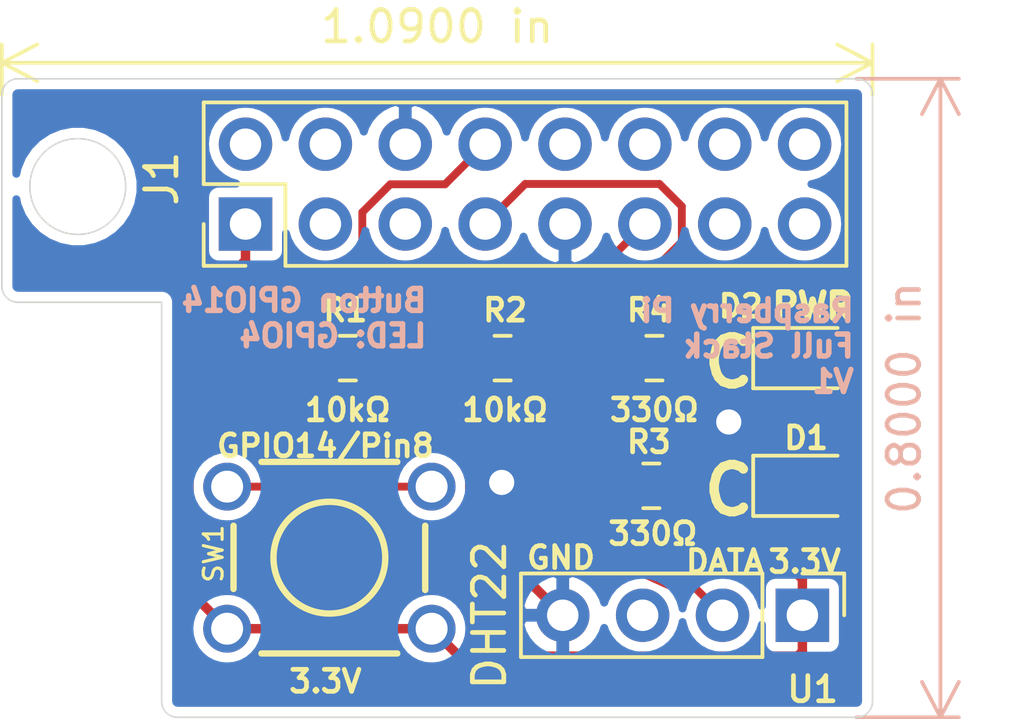
<source format=kicad_pcb>
(kicad_pcb (version 20171130) (host pcbnew "(5.1.4)-1")

  (general
    (thickness 1.6)
    (drawings 25)
    (tracks 68)
    (zones 0)
    (modules 9)
    (nets 19)
  )

  (page A4)
  (title_block
    (title "Raspberry Pi Full Stack HAT")
    (date 2020-05-16)
    (rev V1)
    (company IRIS)
    (comment 1 "by Jose Angulo")
  )

  (layers
    (0 F.Cu signal)
    (31 B.Cu signal)
    (32 B.Adhes user)
    (33 F.Adhes user)
    (34 B.Paste user)
    (35 F.Paste user)
    (36 B.SilkS user)
    (37 F.SilkS user)
    (38 B.Mask user)
    (39 F.Mask user)
    (40 Dwgs.User user)
    (41 Cmts.User user)
    (42 Eco1.User user)
    (43 Eco2.User user)
    (44 Edge.Cuts user)
    (45 Margin user)
    (46 B.CrtYd user)
    (47 F.CrtYd user)
    (48 B.Fab user)
    (49 F.Fab user)
  )

  (setup
    (last_trace_width 0.3)
    (user_trace_width 0.3)
    (trace_clearance 0.2)
    (zone_clearance 0.508)
    (zone_45_only no)
    (trace_min 0.2)
    (via_size 0.8)
    (via_drill 0.4)
    (via_min_size 0.4)
    (via_min_drill 0.3)
    (user_via 1 0.6)
    (uvia_size 0.3)
    (uvia_drill 0.1)
    (uvias_allowed no)
    (uvia_min_size 0.2)
    (uvia_min_drill 0.1)
    (edge_width 0.05)
    (segment_width 0.2)
    (pcb_text_width 0.3)
    (pcb_text_size 1.5 1.5)
    (mod_edge_width 0.12)
    (mod_text_size 1 1)
    (mod_text_width 0.15)
    (pad_size 1.524 1.524)
    (pad_drill 0.762)
    (pad_to_mask_clearance 0.051)
    (solder_mask_min_width 0.25)
    (aux_axis_origin 0 0)
    (visible_elements FFFFFF7F)
    (pcbplotparams
      (layerselection 0x010fc_ffffffff)
      (usegerberextensions false)
      (usegerberattributes false)
      (usegerberadvancedattributes false)
      (creategerberjobfile false)
      (excludeedgelayer true)
      (linewidth 0.100000)
      (plotframeref false)
      (viasonmask false)
      (mode 1)
      (useauxorigin false)
      (hpglpennumber 1)
      (hpglpenspeed 20)
      (hpglpendiameter 15.000000)
      (psnegative false)
      (psa4output false)
      (plotreference true)
      (plotvalue true)
      (plotinvisibletext false)
      (padsonsilk false)
      (subtractmaskfromsilk false)
      (outputformat 1)
      (mirror false)
      (drillshape 1)
      (scaleselection 1)
      (outputdirectory ""))
  )

  (net 0 "")
  (net 1 GND)
  (net 2 "Net-(D1-Pad2)")
  (net 3 "Net-(D2-Pad2)")
  (net 4 /3V3)
  (net 5 "Net-(J1-Pad2)")
  (net 6 "Net-(J1-Pad3)")
  (net 7 "Net-(J1-Pad4)")
  (net 8 "Net-(J1-Pad5)")
  (net 9 "Net-(J1-Pad7)")
  (net 10 /buttton_input)
  (net 11 "Net-(J1-Pad10)")
  (net 12 "Net-(J1-Pad11)")
  (net 13 "Net-(J1-Pad12)")
  (net 14 "Net-(J1-Pad13)")
  (net 15 "Net-(J1-Pad14)")
  (net 16 "Net-(J1-Pad15)")
  (net 17 "Net-(J1-Pad16)")
  (net 18 "Net-(U1-Pad3)")

  (net_class Default "This is the default net class."
    (clearance 0.2)
    (trace_width 0.25)
    (via_dia 0.8)
    (via_drill 0.4)
    (uvia_dia 0.3)
    (uvia_drill 0.1)
    (add_net /buttton_input)
    (add_net "Net-(D1-Pad2)")
    (add_net "Net-(D2-Pad2)")
    (add_net "Net-(J1-Pad10)")
    (add_net "Net-(J1-Pad11)")
    (add_net "Net-(J1-Pad12)")
    (add_net "Net-(J1-Pad13)")
    (add_net "Net-(J1-Pad14)")
    (add_net "Net-(J1-Pad15)")
    (add_net "Net-(J1-Pad16)")
    (add_net "Net-(J1-Pad2)")
    (add_net "Net-(J1-Pad3)")
    (add_net "Net-(J1-Pad4)")
    (add_net "Net-(J1-Pad5)")
    (add_net "Net-(J1-Pad7)")
    (add_net "Net-(U1-Pad3)")
  )

  (net_class Power ""
    (clearance 0.3)
    (trace_width 0.3)
    (via_dia 1)
    (via_drill 0.8)
    (uvia_dia 0.3)
    (uvia_drill 0.1)
    (add_net /3V3)
    (add_net GND)
  )

  (module Connector_PinHeader_2.54mm:PinHeader_2x08_P2.54mm_Vertical (layer F.Cu) (tedit 59FED5CC) (tstamp 5EBFED68)
    (at 97.409 116.8908 90)
    (descr "Through hole straight pin header, 2x08, 2.54mm pitch, double rows")
    (tags "Through hole pin header THT 2x08 2.54mm double row")
    (path /5EBDB8D6)
    (fp_text reference J1 (at 1.4478 -2.667 90) (layer F.SilkS)
      (effects (font (size 1 1) (thickness 0.15)))
    )
    (fp_text value Raspberry_Pi_2_3 (at -1.27 20.55 90) (layer F.Fab)
      (effects (font (size 1 1) (thickness 0.15)))
    )
    (fp_text user %R (at -1.27 8.89) (layer F.Fab)
      (effects (font (size 1 1) (thickness 0.15)))
    )
    (fp_line (start 4.35 -1.8) (end -1.8 -1.8) (layer F.CrtYd) (width 0.05))
    (fp_line (start 4.35 19.55) (end 4.35 -1.8) (layer F.CrtYd) (width 0.05))
    (fp_line (start -1.8 19.55) (end 4.35 19.55) (layer F.CrtYd) (width 0.05))
    (fp_line (start -1.8 -1.8) (end -1.8 19.55) (layer F.CrtYd) (width 0.05))
    (fp_line (start -1.33 -1.33) (end 0 -1.33) (layer F.SilkS) (width 0.12))
    (fp_line (start -1.33 0) (end -1.33 -1.33) (layer F.SilkS) (width 0.12))
    (fp_line (start 1.27 -1.33) (end 3.87 -1.33) (layer F.SilkS) (width 0.12))
    (fp_line (start 1.27 1.27) (end 1.27 -1.33) (layer F.SilkS) (width 0.12))
    (fp_line (start -1.33 1.27) (end 1.27 1.27) (layer F.SilkS) (width 0.12))
    (fp_line (start 3.87 -1.33) (end 3.87 19.11) (layer F.SilkS) (width 0.12))
    (fp_line (start -1.33 1.27) (end -1.33 19.11) (layer F.SilkS) (width 0.12))
    (fp_line (start -1.33 19.11) (end 3.87 19.11) (layer F.SilkS) (width 0.12))
    (fp_line (start -1.27 0) (end 0 -1.27) (layer F.Fab) (width 0.1))
    (fp_line (start -1.27 19.05) (end -1.27 0) (layer F.Fab) (width 0.1))
    (fp_line (start 3.81 19.05) (end -1.27 19.05) (layer F.Fab) (width 0.1))
    (fp_line (start 3.81 -1.27) (end 3.81 19.05) (layer F.Fab) (width 0.1))
    (fp_line (start 0 -1.27) (end 3.81 -1.27) (layer F.Fab) (width 0.1))
    (pad 16 thru_hole oval (at 2.54 17.78 90) (size 1.7 1.7) (drill 1) (layers *.Cu *.Mask)
      (net 17 "Net-(J1-Pad16)"))
    (pad 15 thru_hole oval (at 0 17.78 90) (size 1.7 1.7) (drill 1) (layers *.Cu *.Mask)
      (net 16 "Net-(J1-Pad15)"))
    (pad 14 thru_hole oval (at 2.54 15.24 90) (size 1.7 1.7) (drill 1) (layers *.Cu *.Mask)
      (net 15 "Net-(J1-Pad14)"))
    (pad 13 thru_hole oval (at 0 15.24 90) (size 1.7 1.7) (drill 1) (layers *.Cu *.Mask)
      (net 14 "Net-(J1-Pad13)"))
    (pad 12 thru_hole oval (at 2.54 12.7 90) (size 1.7 1.7) (drill 1) (layers *.Cu *.Mask)
      (net 13 "Net-(J1-Pad12)"))
    (pad 11 thru_hole oval (at 0 12.7 90) (size 1.7 1.7) (drill 1) (layers *.Cu *.Mask)
      (net 12 "Net-(J1-Pad11)"))
    (pad 10 thru_hole oval (at 2.54 10.16 90) (size 1.7 1.7) (drill 1) (layers *.Cu *.Mask)
      (net 11 "Net-(J1-Pad10)"))
    (pad 9 thru_hole oval (at 0 10.16 90) (size 1.7 1.7) (drill 1) (layers *.Cu *.Mask)
      (net 1 GND))
    (pad 8 thru_hole oval (at 2.54 7.62 90) (size 1.7 1.7) (drill 1) (layers *.Cu *.Mask)
      (net 10 /buttton_input))
    (pad 7 thru_hole oval (at 0 7.62 90) (size 1.7 1.7) (drill 1) (layers *.Cu *.Mask)
      (net 9 "Net-(J1-Pad7)"))
    (pad 6 thru_hole oval (at 2.54 5.08 90) (size 1.7 1.7) (drill 1) (layers *.Cu *.Mask)
      (net 1 GND))
    (pad 5 thru_hole oval (at 0 5.08 90) (size 1.7 1.7) (drill 1) (layers *.Cu *.Mask)
      (net 8 "Net-(J1-Pad5)"))
    (pad 4 thru_hole oval (at 2.54 2.54 90) (size 1.7 1.7) (drill 1) (layers *.Cu *.Mask)
      (net 7 "Net-(J1-Pad4)"))
    (pad 3 thru_hole oval (at 0 2.54 90) (size 1.7 1.7) (drill 1) (layers *.Cu *.Mask)
      (net 6 "Net-(J1-Pad3)"))
    (pad 2 thru_hole oval (at 2.54 0 90) (size 1.7 1.7) (drill 1) (layers *.Cu *.Mask)
      (net 5 "Net-(J1-Pad2)"))
    (pad 1 thru_hole rect (at 0 0 90) (size 1.7 1.7) (drill 1) (layers *.Cu *.Mask)
      (net 4 /3V3))
    (model ${KISYS3DMOD}/Connector_PinHeader_2.54mm.3dshapes/PinHeader_2x08_P2.54mm_Vertical.wrl
      (at (xyz 0 0 0))
      (scale (xyz 1 1 1))
      (rotate (xyz 0 0 0))
    )
  )

  (module LED_SMD:LED_0805_2012Metric (layer F.Cu) (tedit 5B36C52C) (tstamp 5EBFF0FF)
    (at 115.2375 125.222)
    (descr "LED SMD 0805 (2012 Metric), square (rectangular) end terminal, IPC_7351 nominal, (Body size source: https://docs.google.com/spreadsheets/d/1BsfQQcO9C6DZCsRaXUlFlo91Tg2WpOkGARC1WS5S8t0/edit?usp=sharing), generated with kicad-footprint-generator")
    (tags diode)
    (path /5EBDF9E6)
    (attr smd)
    (fp_text reference D1 (at 0 -1.524) (layer F.SilkS)
      (effects (font (size 0.7 0.7) (thickness 0.15)))
    )
    (fp_text value LED (at 0 1.65) (layer F.Fab)
      (effects (font (size 1 1) (thickness 0.15)))
    )
    (fp_text user %R (at 0 0) (layer F.Fab)
      (effects (font (size 0.5 0.5) (thickness 0.08)))
    )
    (fp_line (start 1.68 0.95) (end -1.68 0.95) (layer F.CrtYd) (width 0.05))
    (fp_line (start 1.68 -0.95) (end 1.68 0.95) (layer F.CrtYd) (width 0.05))
    (fp_line (start -1.68 -0.95) (end 1.68 -0.95) (layer F.CrtYd) (width 0.05))
    (fp_line (start -1.68 0.95) (end -1.68 -0.95) (layer F.CrtYd) (width 0.05))
    (fp_line (start -1.685 0.96) (end 1 0.96) (layer F.SilkS) (width 0.12))
    (fp_line (start -1.685 -0.96) (end -1.685 0.96) (layer F.SilkS) (width 0.12))
    (fp_line (start 1 -0.96) (end -1.685 -0.96) (layer F.SilkS) (width 0.12))
    (fp_line (start 1 0.6) (end 1 -0.6) (layer F.Fab) (width 0.1))
    (fp_line (start -1 0.6) (end 1 0.6) (layer F.Fab) (width 0.1))
    (fp_line (start -1 -0.3) (end -1 0.6) (layer F.Fab) (width 0.1))
    (fp_line (start -0.7 -0.6) (end -1 -0.3) (layer F.Fab) (width 0.1))
    (fp_line (start 1 -0.6) (end -0.7 -0.6) (layer F.Fab) (width 0.1))
    (pad 2 smd roundrect (at 0.9375 0) (size 0.975 1.4) (layers F.Cu F.Paste F.Mask) (roundrect_rratio 0.25)
      (net 2 "Net-(D1-Pad2)"))
    (pad 1 smd roundrect (at -0.9375 0) (size 0.975 1.4) (layers F.Cu F.Paste F.Mask) (roundrect_rratio 0.25)
      (net 1 GND))
    (model ${KISYS3DMOD}/LED_SMD.3dshapes/LED_0805_2012Metric.wrl
      (at (xyz 0 0 0))
      (scale (xyz 1 1 1))
      (rotate (xyz 0 0 0))
    )
  )

  (module LED_SMD:LED_0805_2012Metric (layer F.Cu) (tedit 5B36C52C) (tstamp 5EBFED42)
    (at 115.2375 121.158)
    (descr "LED SMD 0805 (2012 Metric), square (rectangular) end terminal, IPC_7351 nominal, (Body size source: https://docs.google.com/spreadsheets/d/1BsfQQcO9C6DZCsRaXUlFlo91Tg2WpOkGARC1WS5S8t0/edit?usp=sharing), generated with kicad-footprint-generator")
    (tags diode)
    (path /5EC1B765)
    (attr smd)
    (fp_text reference D2 (at -2.0805 -1.65) (layer F.SilkS)
      (effects (font (size 0.7 0.7) (thickness 0.15)))
    )
    (fp_text value LED (at 0 1.65) (layer F.Fab)
      (effects (font (size 1 1) (thickness 0.15)))
    )
    (fp_text user %R (at 0 0) (layer F.Fab)
      (effects (font (size 0.5 0.5) (thickness 0.08)))
    )
    (fp_line (start 1.68 0.95) (end -1.68 0.95) (layer F.CrtYd) (width 0.05))
    (fp_line (start 1.68 -0.95) (end 1.68 0.95) (layer F.CrtYd) (width 0.05))
    (fp_line (start -1.68 -0.95) (end 1.68 -0.95) (layer F.CrtYd) (width 0.05))
    (fp_line (start -1.68 0.95) (end -1.68 -0.95) (layer F.CrtYd) (width 0.05))
    (fp_line (start -1.685 0.96) (end 1 0.96) (layer F.SilkS) (width 0.12))
    (fp_line (start -1.685 -0.96) (end -1.685 0.96) (layer F.SilkS) (width 0.12))
    (fp_line (start 1 -0.96) (end -1.685 -0.96) (layer F.SilkS) (width 0.12))
    (fp_line (start 1 0.6) (end 1 -0.6) (layer F.Fab) (width 0.1))
    (fp_line (start -1 0.6) (end 1 0.6) (layer F.Fab) (width 0.1))
    (fp_line (start -1 -0.3) (end -1 0.6) (layer F.Fab) (width 0.1))
    (fp_line (start -0.7 -0.6) (end -1 -0.3) (layer F.Fab) (width 0.1))
    (fp_line (start 1 -0.6) (end -0.7 -0.6) (layer F.Fab) (width 0.1))
    (pad 2 smd roundrect (at 0.9375 0) (size 0.975 1.4) (layers F.Cu F.Paste F.Mask) (roundrect_rratio 0.25)
      (net 3 "Net-(D2-Pad2)"))
    (pad 1 smd roundrect (at -0.9375 0) (size 0.975 1.4) (layers F.Cu F.Paste F.Mask) (roundrect_rratio 0.25)
      (net 1 GND))
    (model ${KISYS3DMOD}/LED_SMD.3dshapes/LED_0805_2012Metric.wrl
      (at (xyz 0 0 0))
      (scale (xyz 1 1 1))
      (rotate (xyz 0 0 0))
    )
  )

  (module Resistor_SMD:R_0805_2012Metric (layer F.Cu) (tedit 5B36C52B) (tstamp 5EC04855)
    (at 100.6625 121.158)
    (descr "Resistor SMD 0805 (2012 Metric), square (rectangular) end terminal, IPC_7351 nominal, (Body size source: https://docs.google.com/spreadsheets/d/1BsfQQcO9C6DZCsRaXUlFlo91Tg2WpOkGARC1WS5S8t0/edit?usp=sharing), generated with kicad-footprint-generator")
    (tags resistor)
    (path /5EBDEDB1)
    (attr smd)
    (fp_text reference R1 (at -0.0785 -1.524) (layer F.SilkS)
      (effects (font (size 0.7 0.7) (thickness 0.15)))
    )
    (fp_text value 10kΩ (at 0 1.65) (layer F.SilkS)
      (effects (font (size 0.7 0.7) (thickness 0.15)))
    )
    (fp_text user %R (at 0 0) (layer F.Fab)
      (effects (font (size 0.5 0.5) (thickness 0.08)))
    )
    (fp_line (start 1.68 0.95) (end -1.68 0.95) (layer F.CrtYd) (width 0.05))
    (fp_line (start 1.68 -0.95) (end 1.68 0.95) (layer F.CrtYd) (width 0.05))
    (fp_line (start -1.68 -0.95) (end 1.68 -0.95) (layer F.CrtYd) (width 0.05))
    (fp_line (start -1.68 0.95) (end -1.68 -0.95) (layer F.CrtYd) (width 0.05))
    (fp_line (start -0.258578 0.71) (end 0.258578 0.71) (layer F.SilkS) (width 0.12))
    (fp_line (start -0.258578 -0.71) (end 0.258578 -0.71) (layer F.SilkS) (width 0.12))
    (fp_line (start 1 0.6) (end -1 0.6) (layer F.Fab) (width 0.1))
    (fp_line (start 1 -0.6) (end 1 0.6) (layer F.Fab) (width 0.1))
    (fp_line (start -1 -0.6) (end 1 -0.6) (layer F.Fab) (width 0.1))
    (fp_line (start -1 0.6) (end -1 -0.6) (layer F.Fab) (width 0.1))
    (pad 2 smd roundrect (at 0.9375 0) (size 0.975 1.4) (layers F.Cu F.Paste F.Mask) (roundrect_rratio 0.25)
      (net 1 GND))
    (pad 1 smd roundrect (at -0.9375 0) (size 0.975 1.4) (layers F.Cu F.Paste F.Mask) (roundrect_rratio 0.25)
      (net 10 /buttton_input))
    (model ${KISYS3DMOD}/Resistor_SMD.3dshapes/R_0805_2012Metric.wrl
      (at (xyz 0 0 0))
      (scale (xyz 1 1 1))
      (rotate (xyz 0 0 0))
    )
  )

  (module Resistor_SMD:R_0805_2012Metric (layer F.Cu) (tedit 5B36C52B) (tstamp 5EBFED8A)
    (at 105.5855 121.158 180)
    (descr "Resistor SMD 0805 (2012 Metric), square (rectangular) end terminal, IPC_7351 nominal, (Body size source: https://docs.google.com/spreadsheets/d/1BsfQQcO9C6DZCsRaXUlFlo91Tg2WpOkGARC1WS5S8t0/edit?usp=sharing), generated with kicad-footprint-generator")
    (tags resistor)
    (path /5EBDF29D)
    (attr smd)
    (fp_text reference R2 (at -0.0785 1.524) (layer F.SilkS)
      (effects (font (size 0.7 0.7) (thickness 0.15)))
    )
    (fp_text value 10kΩ (at -0.0785 -1.651) (layer F.SilkS)
      (effects (font (size 0.7 0.7) (thickness 0.15)))
    )
    (fp_text user %R (at 0 0) (layer F.Fab)
      (effects (font (size 0.5 0.5) (thickness 0.08)))
    )
    (fp_line (start 1.68 0.95) (end -1.68 0.95) (layer F.CrtYd) (width 0.05))
    (fp_line (start 1.68 -0.95) (end 1.68 0.95) (layer F.CrtYd) (width 0.05))
    (fp_line (start -1.68 -0.95) (end 1.68 -0.95) (layer F.CrtYd) (width 0.05))
    (fp_line (start -1.68 0.95) (end -1.68 -0.95) (layer F.CrtYd) (width 0.05))
    (fp_line (start -0.258578 0.71) (end 0.258578 0.71) (layer F.SilkS) (width 0.12))
    (fp_line (start -0.258578 -0.71) (end 0.258578 -0.71) (layer F.SilkS) (width 0.12))
    (fp_line (start 1 0.6) (end -1 0.6) (layer F.Fab) (width 0.1))
    (fp_line (start 1 -0.6) (end 1 0.6) (layer F.Fab) (width 0.1))
    (fp_line (start -1 -0.6) (end 1 -0.6) (layer F.Fab) (width 0.1))
    (fp_line (start -1 0.6) (end -1 -0.6) (layer F.Fab) (width 0.1))
    (pad 2 smd roundrect (at 0.9375 0 180) (size 0.975 1.4) (layers F.Cu F.Paste F.Mask) (roundrect_rratio 0.25)
      (net 12 "Net-(J1-Pad11)"))
    (pad 1 smd roundrect (at -0.9375 0 180) (size 0.975 1.4) (layers F.Cu F.Paste F.Mask) (roundrect_rratio 0.25)
      (net 4 /3V3))
    (model ${KISYS3DMOD}/Resistor_SMD.3dshapes/R_0805_2012Metric.wrl
      (at (xyz 0 0 0))
      (scale (xyz 1 1 1))
      (rotate (xyz 0 0 0))
    )
  )

  (module Resistor_SMD:R_0805_2012Metric (layer F.Cu) (tedit 5B36C52B) (tstamp 5EBFF179)
    (at 110.3145 125.222)
    (descr "Resistor SMD 0805 (2012 Metric), square (rectangular) end terminal, IPC_7351 nominal, (Body size source: https://docs.google.com/spreadsheets/d/1BsfQQcO9C6DZCsRaXUlFlo91Tg2WpOkGARC1WS5S8t0/edit?usp=sharing), generated with kicad-footprint-generator")
    (tags resistor)
    (path /5EBDE600)
    (attr smd)
    (fp_text reference R3 (at -0.0785 -1.397) (layer F.SilkS)
      (effects (font (size 0.7 0.7) (thickness 0.15)))
    )
    (fp_text value 330Ω (at 0.0485 1.524) (layer F.SilkS)
      (effects (font (size 0.7 0.7) (thickness 0.15)))
    )
    (fp_text user %R (at 0 0) (layer F.Fab)
      (effects (font (size 0.5 0.5) (thickness 0.08)))
    )
    (fp_line (start 1.68 0.95) (end -1.68 0.95) (layer F.CrtYd) (width 0.05))
    (fp_line (start 1.68 -0.95) (end 1.68 0.95) (layer F.CrtYd) (width 0.05))
    (fp_line (start -1.68 -0.95) (end 1.68 -0.95) (layer F.CrtYd) (width 0.05))
    (fp_line (start -1.68 0.95) (end -1.68 -0.95) (layer F.CrtYd) (width 0.05))
    (fp_line (start -0.258578 0.71) (end 0.258578 0.71) (layer F.SilkS) (width 0.12))
    (fp_line (start -0.258578 -0.71) (end 0.258578 -0.71) (layer F.SilkS) (width 0.12))
    (fp_line (start 1 0.6) (end -1 0.6) (layer F.Fab) (width 0.1))
    (fp_line (start 1 -0.6) (end 1 0.6) (layer F.Fab) (width 0.1))
    (fp_line (start -1 -0.6) (end 1 -0.6) (layer F.Fab) (width 0.1))
    (fp_line (start -1 0.6) (end -1 -0.6) (layer F.Fab) (width 0.1))
    (pad 2 smd roundrect (at 0.9375 0) (size 0.975 1.4) (layers F.Cu F.Paste F.Mask) (roundrect_rratio 0.25)
      (net 2 "Net-(D1-Pad2)"))
    (pad 1 smd roundrect (at -0.9375 0) (size 0.975 1.4) (layers F.Cu F.Paste F.Mask) (roundrect_rratio 0.25)
      (net 9 "Net-(J1-Pad7)"))
    (model ${KISYS3DMOD}/Resistor_SMD.3dshapes/R_0805_2012Metric.wrl
      (at (xyz 0 0 0))
      (scale (xyz 1 1 1))
      (rotate (xyz 0 0 0))
    )
  )

  (module Resistor_SMD:R_0805_2012Metric (layer F.Cu) (tedit 5B36C52B) (tstamp 5EBFEDAC)
    (at 110.4115 121.158)
    (descr "Resistor SMD 0805 (2012 Metric), square (rectangular) end terminal, IPC_7351 nominal, (Body size source: https://docs.google.com/spreadsheets/d/1BsfQQcO9C6DZCsRaXUlFlo91Tg2WpOkGARC1WS5S8t0/edit?usp=sharing), generated with kicad-footprint-generator")
    (tags resistor)
    (path /5EC1B75F)
    (attr smd)
    (fp_text reference R4 (at -0.1755 -1.524) (layer F.SilkS)
      (effects (font (size 0.7 0.7) (thickness 0.15)))
    )
    (fp_text value 330Ω (at 0 1.65) (layer F.SilkS)
      (effects (font (size 0.7 0.7) (thickness 0.15)))
    )
    (fp_text user %R (at 0 0) (layer F.Fab)
      (effects (font (size 0.5 0.5) (thickness 0.08)))
    )
    (fp_line (start 1.68 0.95) (end -1.68 0.95) (layer F.CrtYd) (width 0.05))
    (fp_line (start 1.68 -0.95) (end 1.68 0.95) (layer F.CrtYd) (width 0.05))
    (fp_line (start -1.68 -0.95) (end 1.68 -0.95) (layer F.CrtYd) (width 0.05))
    (fp_line (start -1.68 0.95) (end -1.68 -0.95) (layer F.CrtYd) (width 0.05))
    (fp_line (start -0.258578 0.71) (end 0.258578 0.71) (layer F.SilkS) (width 0.12))
    (fp_line (start -0.258578 -0.71) (end 0.258578 -0.71) (layer F.SilkS) (width 0.12))
    (fp_line (start 1 0.6) (end -1 0.6) (layer F.Fab) (width 0.1))
    (fp_line (start 1 -0.6) (end 1 0.6) (layer F.Fab) (width 0.1))
    (fp_line (start -1 -0.6) (end 1 -0.6) (layer F.Fab) (width 0.1))
    (fp_line (start -1 0.6) (end -1 -0.6) (layer F.Fab) (width 0.1))
    (pad 2 smd roundrect (at 0.9375 0) (size 0.975 1.4) (layers F.Cu F.Paste F.Mask) (roundrect_rratio 0.25)
      (net 3 "Net-(D2-Pad2)"))
    (pad 1 smd roundrect (at -0.9375 0) (size 0.975 1.4) (layers F.Cu F.Paste F.Mask) (roundrect_rratio 0.25)
      (net 4 /3V3))
    (model ${KISYS3DMOD}/Resistor_SMD.3dshapes/R_0805_2012Metric.wrl
      (at (xyz 0 0 0))
      (scale (xyz 1 1 1))
      (rotate (xyz 0 0 0))
    )
  )

  (module freetronics_footprints:SW_PUSHBUTTON_PTH (layer F.Cu) (tedit 5477A5C1) (tstamp 5EC032C3)
    (at 100.076 127.508 180)
    (descr "<b>OMRON SWITCH</b>")
    (path /5EBDDB1E)
    (fp_text reference SW1 (at 3.683 0.127 270) (layer F.SilkS)
      (effects (font (size 0.6 0.6) (thickness 0.1)))
    )
    (fp_text value SW_DPST (at 0 0) (layer Eco1.User) hide
      (effects (font (size 0 0) (thickness 0.000001)))
    )
    (fp_circle (center 0 0) (end 1.778 0) (layer F.SilkS) (width 0.2032))
    (fp_line (start -2.54 -0.508) (end -2.159 0.381) (layer Cmts.User) (width 0.2032))
    (fp_line (start -2.54 0.508) (end -2.54 1.27) (layer Cmts.User) (width 0.2032))
    (fp_line (start -2.54 -1.27) (end -2.54 -0.508) (layer Cmts.User) (width 0.2032))
    (fp_line (start -3.048 -1.02616) (end -3.048 1.016) (layer F.SilkS) (width 0.2032))
    (fp_line (start 3.048 -0.99568) (end 3.048 1.016) (layer F.SilkS) (width 0.2032))
    (fp_line (start -2.159 3.048) (end 2.159 3.048) (layer F.SilkS) (width 0.2032))
    (fp_line (start 2.159 -3.048) (end -2.159 -3.048) (layer F.SilkS) (width 0.2032))
    (fp_line (start 2.54 -3.048) (end 2.159 -3.048) (layer Cmts.User) (width 0.2032))
    (fp_line (start -2.54 -3.048) (end -2.159 -3.048) (layer Cmts.User) (width 0.2032))
    (fp_line (start -2.54 3.048) (end -2.159 3.048) (layer Cmts.User) (width 0.2032))
    (fp_line (start 2.54 3.048) (end 2.159 3.048) (layer Cmts.User) (width 0.2032))
    (fp_line (start -3.048 2.54) (end -3.048 1.016) (layer Cmts.User) (width 0.2032))
    (fp_line (start -2.54 3.048) (end -3.048 2.54) (layer Cmts.User) (width 0.2032))
    (fp_line (start -3.048 -2.54) (end -3.048 -1.016) (layer Cmts.User) (width 0.2032))
    (fp_line (start -2.54 -3.048) (end -3.048 -2.54) (layer Cmts.User) (width 0.2032))
    (fp_line (start 3.048 2.54) (end 3.048 1.016) (layer Cmts.User) (width 0.2032))
    (fp_line (start 2.54 3.048) (end 3.048 2.54) (layer Cmts.User) (width 0.2032))
    (fp_line (start 3.048 -2.54) (end 2.54 -3.048) (layer Cmts.User) (width 0.2032))
    (fp_line (start 3.048 -1.016) (end 3.048 -2.54) (layer Cmts.User) (width 0.2032))
    (pad 2 thru_hole oval (at 3.2512 2.2606 180) (size 1.524 1.524) (drill 1.016) (layers *.Cu *.Mask)
      (net 10 /buttton_input))
    (pad 2 thru_hole oval (at -3.2512 2.2606 180) (size 1.524 1.524) (drill 1.016) (layers *.Cu *.Mask)
      (net 10 /buttton_input))
    (pad 1 thru_hole oval (at 3.2512 -2.2606 180) (size 1.524 1.524) (drill 1.016) (layers *.Cu *.Mask)
      (net 4 /3V3))
    (pad 1 thru_hole oval (at -3.2512 -2.2606 180) (size 1.524 1.524) (drill 1.016) (layers *.Cu *.Mask)
      (net 4 /3V3))
  )

  (module Connector_PinHeader_2.54mm:PinHeader_1x04_P2.54mm_Vertical (layer F.Cu) (tedit 59FED5CC) (tstamp 5EC03C65)
    (at 115.1175 129.3406 270)
    (descr "Through hole straight pin header, 1x04, 2.54mm pitch, single row")
    (tags "Through hole pin header THT 1x04 2.54mm single row")
    (path /5EBE1453)
    (fp_text reference U1 (at 2.3584 -0.3255) (layer F.SilkS)
      (effects (font (size 0.8 0.8) (thickness 0.15)))
    )
    (fp_text value DHT22 (at 0 9.95 90) (layer F.SilkS)
      (effects (font (size 1 1) (thickness 0.15)))
    )
    (fp_line (start -0.635 -1.27) (end 1.27 -1.27) (layer F.Fab) (width 0.1))
    (fp_line (start 1.27 -1.27) (end 1.27 8.89) (layer F.Fab) (width 0.1))
    (fp_line (start 1.27 8.89) (end -1.27 8.89) (layer F.Fab) (width 0.1))
    (fp_line (start -1.27 8.89) (end -1.27 -0.635) (layer F.Fab) (width 0.1))
    (fp_line (start -1.27 -0.635) (end -0.635 -1.27) (layer F.Fab) (width 0.1))
    (fp_line (start -1.33 8.95) (end 1.33 8.95) (layer F.SilkS) (width 0.12))
    (fp_line (start -1.33 1.27) (end -1.33 8.95) (layer F.SilkS) (width 0.12))
    (fp_line (start 1.33 1.27) (end 1.33 8.95) (layer F.SilkS) (width 0.12))
    (fp_line (start -1.33 1.27) (end 1.33 1.27) (layer F.SilkS) (width 0.12))
    (fp_line (start -1.33 0) (end -1.33 -1.33) (layer F.SilkS) (width 0.12))
    (fp_line (start -1.33 -1.33) (end 0 -1.33) (layer F.SilkS) (width 0.12))
    (fp_line (start -1.8 -1.8) (end -1.8 9.4) (layer F.CrtYd) (width 0.05))
    (fp_line (start -1.8 9.4) (end 1.8 9.4) (layer F.CrtYd) (width 0.05))
    (fp_line (start 1.8 9.4) (end 1.8 -1.8) (layer F.CrtYd) (width 0.05))
    (fp_line (start 1.8 -1.8) (end -1.8 -1.8) (layer F.CrtYd) (width 0.05))
    (fp_text user %R (at 0 3.81) (layer F.Fab)
      (effects (font (size 1 1) (thickness 0.15)))
    )
    (pad 1 thru_hole rect (at 0 0 270) (size 1.7 1.7) (drill 1) (layers *.Cu *.Mask)
      (net 4 /3V3))
    (pad 2 thru_hole oval (at 0 2.54 270) (size 1.7 1.7) (drill 1) (layers *.Cu *.Mask)
      (net 12 "Net-(J1-Pad11)"))
    (pad 3 thru_hole oval (at 0 5.08 270) (size 1.7 1.7) (drill 1) (layers *.Cu *.Mask)
      (net 18 "Net-(U1-Pad3)"))
    (pad 4 thru_hole oval (at 0 7.62 270) (size 1.7 1.7) (drill 1) (layers *.Cu *.Mask)
      (net 1 GND))
    (model ${KISYS3DMOD}/Connector_PinHeader_2.54mm.3dshapes/PinHeader_1x04_P2.54mm_Vertical.wrl
      (at (xyz 0 0 0))
      (scale (xyz 1 1 1))
      (rotate (xyz 0 0 0))
    )
  )

  (dimension 20.32 (width 0.12) (layer B.SilkS)
    (gr_text "20.320 mm" (at 120.777 122.428 270) (layer B.SilkS)
      (effects (font (size 1 1) (thickness 0.15)))
    )
    (feature1 (pts (xy 116.84 132.588) (xy 120.093421 132.588)))
    (feature2 (pts (xy 116.84 112.268) (xy 120.093421 112.268)))
    (crossbar (pts (xy 119.507 112.268) (xy 119.507 132.588)))
    (arrow1a (pts (xy 119.507 132.588) (xy 118.920579 131.461496)))
    (arrow1b (pts (xy 119.507 132.588) (xy 120.093421 131.461496)))
    (arrow2a (pts (xy 119.507 112.268) (xy 118.920579 113.394504)))
    (arrow2b (pts (xy 119.507 112.268) (xy 120.093421 113.394504)))
  )
  (dimension 27.686 (width 0.12) (layer F.SilkS)
    (gr_text "27.686 mm" (at 103.505 110.490001) (layer F.SilkS)
      (effects (font (size 1 1) (thickness 0.15)))
    )
    (feature1 (pts (xy 89.662 112.776) (xy 89.662 111.17358)))
    (feature2 (pts (xy 117.348 112.776) (xy 117.348 111.17358)))
    (crossbar (pts (xy 117.348 111.760001) (xy 89.662 111.760001)))
    (arrow1a (pts (xy 89.662 111.760001) (xy 90.788504 111.17358)))
    (arrow1b (pts (xy 89.662 111.760001) (xy 90.788504 112.346422)))
    (arrow2a (pts (xy 117.348 111.760001) (xy 116.221496 111.17358)))
    (arrow2b (pts (xy 117.348 111.760001) (xy 116.221496 112.346422)))
  )
  (gr_text "Button GPIO14\nLED: GPIO4" (at 103.251 119.888) (layer B.SilkS)
    (effects (font (size 0.7 0.7) (thickness 0.175)) (justify left mirror))
  )
  (gr_text "Raspberry Pi \nFull Stack\nV1" (at 116.84 120.777) (layer B.SilkS)
    (effects (font (size 0.7 0.7) (thickness 0.175)) (justify left mirror))
  )
  (gr_text 3.3V (at 99.949 131.445) (layer F.SilkS) (tstamp 5EC046E3)
    (effects (font (size 0.7 0.7) (thickness 0.15)))
  )
  (gr_text GPIO14/Pin8 (at 99.949 123.952) (layer F.SilkS) (tstamp 5EC046E3)
    (effects (font (size 0.7 0.7) (thickness 0.15)))
  )
  (gr_text 3.3V (at 115.189 127.635) (layer F.SilkS) (tstamp 5EC046E3)
    (effects (font (size 0.7 0.7) (thickness 0.15)))
  )
  (gr_text DATA (at 112.649 127.635) (layer F.SilkS) (tstamp 5EC046E3)
    (effects (font (size 0.7 0.7) (thickness 0.15)))
  )
  (gr_text GND (at 107.442 127.508) (layer F.SilkS)
    (effects (font (size 0.7 0.7) (thickness 0.15)))
  )
  (gr_text PWR (at 115.443 119.507) (layer F.SilkS)
    (effects (font (size 0.8 0.8) (thickness 0.2)))
  )
  (gr_text C (at 112.776 125.222 180) (layer F.SilkS) (tstamp 5EC04586)
    (effects (font (size 1.5 1.5) (thickness 0.3)) (justify mirror))
  )
  (gr_text C (at 112.776 121.158 180) (layer F.SilkS)
    (effects (font (size 1.5 1.5) (thickness 0.3)) (justify mirror))
  )
  (gr_line (start 89.662 112.776) (end 89.662 113.03) (layer Edge.Cuts) (width 0.05) (tstamp 5EC03944))
  (gr_line (start 117.348 132.08) (end 117.348 112.776) (layer Edge.Cuts) (width 0.05) (tstamp 5EC03943))
  (gr_line (start 95.25 132.588) (end 116.84 132.588) (layer Edge.Cuts) (width 0.05) (tstamp 5EC03942))
  (gr_line (start 94.742 119.38) (end 94.742 132.08) (layer Edge.Cuts) (width 0.05) (tstamp 5EC03941))
  (gr_line (start 90.17 119.38) (end 94.742 119.38) (layer Edge.Cuts) (width 0.05))
  (gr_line (start 89.662 113.03) (end 89.662 118.872) (layer Edge.Cuts) (width 0.05) (tstamp 5EC03940))
  (gr_line (start 116.84 112.268) (end 90.17 112.268) (layer Edge.Cuts) (width 0.05) (tstamp 5EC0393F))
  (gr_arc (start 116.84 112.776) (end 117.348 112.776) (angle -90) (layer Edge.Cuts) (width 0.05))
  (gr_arc (start 116.84 132.08) (end 116.84 132.588) (angle -90) (layer Edge.Cuts) (width 0.05))
  (gr_arc (start 95.25 132.08) (end 94.742 132.08) (angle -90) (layer Edge.Cuts) (width 0.05))
  (gr_arc (start 90.17 118.872) (end 89.662 118.872) (angle -90) (layer Edge.Cuts) (width 0.05))
  (gr_arc (start 90.17 112.776) (end 90.17 112.268) (angle -90) (layer Edge.Cuts) (width 0.05))
  (gr_circle (center 92.075 115.697) (end 93.599 115.697) (layer Edge.Cuts) (width 0.05))

  (segment (start 106.647501 128.490601) (end 107.4975 129.3406) (width 0.3) (layer F.Cu) (net 1))
  (segment (start 104.539201 126.382301) (end 106.647501 128.490601) (width 0.3) (layer F.Cu) (net 1))
  (segment (start 101.6 121.158) (end 104.539201 124.097201) (width 0.3) (layer F.Cu) (net 1))
  (segment (start 104.539201 125.113201) (end 105.555201 125.113201) (width 0.3) (layer F.Cu) (net 1))
  (segment (start 104.539201 125.113201) (end 104.539201 126.382301) (width 0.3) (layer F.Cu) (net 1))
  (segment (start 104.539201 124.097201) (end 104.539201 125.113201) (width 0.3) (layer F.Cu) (net 1))
  (segment (start 105.555201 125.113201) (end 105.555201 125.113201) (width 0.3) (layer F.Cu) (net 1) (tstamp 5EC04250))
  (via (at 105.555201 125.113201) (size 1) (drill 0.8) (layers F.Cu B.Cu) (net 1))
  (segment (start 114.3 123.19) (end 112.776 123.19) (width 0.3) (layer F.Cu) (net 1))
  (segment (start 114.3 123.19) (end 114.3 121.158) (width 0.3) (layer F.Cu) (net 1))
  (segment (start 114.3 125.222) (end 114.3 123.19) (width 0.3) (layer F.Cu) (net 1))
  (segment (start 112.776 123.19) (end 112.776 123.19) (width 0.3) (layer F.Cu) (net 1) (tstamp 5EC0426B))
  (via (at 112.776 123.19) (size 1) (drill 0.8) (layers F.Cu B.Cu) (net 1))
  (segment (start 111.808237 125.778237) (end 111.252 125.222) (width 0.25) (layer F.Cu) (net 2))
  (segment (start 112.680706 126.650706) (end 111.808237 125.778237) (width 0.25) (layer F.Cu) (net 2))
  (segment (start 114.746294 126.650706) (end 112.680706 126.650706) (width 0.25) (layer F.Cu) (net 2))
  (segment (start 116.175 125.222) (end 114.746294 126.650706) (width 0.25) (layer F.Cu) (net 2))
  (segment (start 111.905237 120.601763) (end 111.349 121.158) (width 0.25) (layer F.Cu) (net 3))
  (segment (start 112.47401 120.03299) (end 111.905237 120.601763) (width 0.25) (layer F.Cu) (net 3))
  (segment (start 115.04999 120.03299) (end 112.47401 120.03299) (width 0.25) (layer F.Cu) (net 3))
  (segment (start 116.175 121.158) (end 115.04999 120.03299) (width 0.25) (layer F.Cu) (net 3))
  (segment (start 102.875501 125.2474) (end 102.875501 125.040999) (width 0.3) (layer F.Cu) (net 10))
  (segment (start 115.1175 128.1906) (end 115.1175 129.3406) (width 0.3) (layer F.Cu) (net 4))
  (segment (start 114.152616 127.225716) (end 115.1175 128.1906) (width 0.3) (layer F.Cu) (net 4))
  (segment (start 109.69959 127.225716) (end 114.152616 127.225716) (width 0.3) (layer F.Cu) (net 4))
  (segment (start 108.43949 125.965616) (end 109.69959 127.225716) (width 0.3) (layer F.Cu) (net 4))
  (segment (start 108.43949 122.19251) (end 108.43949 125.965616) (width 0.3) (layer F.Cu) (net 4))
  (segment (start 109.474 121.158) (end 108.43949 122.19251) (width 0.3) (layer F.Cu) (net 4))
  (segment (start 104.089199 130.530599) (end 103.3272 129.7686) (width 0.3) (layer F.Cu) (net 4))
  (segment (start 104.199201 130.640601) (end 104.089199 130.530599) (width 0.3) (layer F.Cu) (net 4))
  (segment (start 114.967499 130.640601) (end 104.199201 130.640601) (width 0.3) (layer F.Cu) (net 4))
  (segment (start 115.1175 130.4906) (end 114.967499 130.640601) (width 0.3) (layer F.Cu) (net 4))
  (segment (start 115.1175 129.3406) (end 115.1175 130.4906) (width 0.3) (layer F.Cu) (net 4))
  (segment (start 97.409 118.0408) (end 97.409 116.8908) (width 0.3) (layer F.Cu) (net 4))
  (segment (start 95.612799 119.837001) (end 97.409 118.0408) (width 0.3) (layer F.Cu) (net 4))
  (segment (start 95.612799 128.556599) (end 95.612799 119.837001) (width 0.3) (layer F.Cu) (net 4))
  (segment (start 96.8248 129.7686) (end 95.612799 128.556599) (width 0.3) (layer F.Cu) (net 4))
  (segment (start 97.90243 129.7686) (end 103.3272 129.7686) (width 0.3) (layer F.Cu) (net 4))
  (segment (start 96.8248 129.7686) (end 97.90243 129.7686) (width 0.3) (layer F.Cu) (net 4))
  (segment (start 106.523 121.158) (end 109.474 121.158) (width 0.3) (layer F.Cu) (net 4))
  (segment (start 106.304001 115.615799) (end 105.878999 116.040801) (width 0.25) (layer F.Cu) (net 9))
  (segment (start 110.573001 115.615799) (end 106.304001 115.615799) (width 0.25) (layer F.Cu) (net 9))
  (segment (start 111.284001 116.326799) (end 110.573001 115.615799) (width 0.25) (layer F.Cu) (net 9))
  (segment (start 111.284001 117.454801) (end 111.284001 116.326799) (width 0.25) (layer F.Cu) (net 9))
  (segment (start 105.878999 116.040801) (end 105.029 116.8908) (width 0.25) (layer F.Cu) (net 9))
  (segment (start 110.38651 118.352292) (end 111.284001 117.454801) (width 0.25) (layer F.Cu) (net 9))
  (segment (start 110.38651 124.21249) (end 110.38651 118.352292) (width 0.25) (layer F.Cu) (net 9))
  (segment (start 109.377 125.222) (end 110.38651 124.21249) (width 0.25) (layer F.Cu) (net 9))
  (segment (start 104.179001 115.200799) (end 105.029 114.3508) (width 0.25) (layer F.Cu) (net 10))
  (segment (start 103.753999 115.625801) (end 104.179001 115.200799) (width 0.25) (layer F.Cu) (net 10))
  (segment (start 102.014997 115.625801) (end 103.753999 115.625801) (width 0.25) (layer F.Cu) (net 10))
  (segment (start 101.124001 116.516797) (end 102.014997 115.625801) (width 0.25) (layer F.Cu) (net 10))
  (segment (start 101.124001 119.758999) (end 101.124001 116.516797) (width 0.25) (layer F.Cu) (net 10))
  (segment (start 99.725 121.158) (end 101.124001 119.758999) (width 0.25) (layer F.Cu) (net 10))
  (segment (start 99.725 125.1758) (end 99.7966 125.2474) (width 0.25) (layer F.Cu) (net 10))
  (segment (start 99.725 121.158) (end 99.725 125.1758) (width 0.25) (layer F.Cu) (net 10))
  (segment (start 103.3272 125.2474) (end 99.7966 125.2474) (width 0.25) (layer F.Cu) (net 10))
  (segment (start 99.7966 125.2474) (end 96.8248 125.2474) (width 0.25) (layer F.Cu) (net 10))
  (segment (start 111.102101 128.490601) (end 106.68 126.492) (width 0.25) (layer F.Cu) (net 12))
  (segment (start 112.5775 129.3406) (end 111.727501 128.490601) (width 0.25) (layer F.Cu) (net 12))
  (segment (start 111.727501 128.490601) (end 111.102101 128.490601) (width 0.25) (layer F.Cu) (net 12))
  (segment (start 106.68 124.868998) (end 106.68 126.492) (width 0.25) (layer F.Cu) (net 12))
  (segment (start 104.648 122.836998) (end 106.68 124.868998) (width 0.25) (layer F.Cu) (net 12))
  (segment (start 104.648 121.158) (end 104.648 122.836998) (width 0.25) (layer F.Cu) (net 12))
  (segment (start 109.259001 117.740799) (end 110.109 116.8908) (width 0.25) (layer F.Cu) (net 12))
  (segment (start 106.96681 120.03299) (end 109.259001 117.740799) (width 0.25) (layer F.Cu) (net 12))
  (segment (start 105.77301 120.03299) (end 106.96681 120.03299) (width 0.25) (layer F.Cu) (net 12))
  (segment (start 104.648 121.158) (end 105.77301 120.03299) (width 0.25) (layer F.Cu) (net 12))

  (zone (net 1) (net_name GND) (layer B.Cu) (tstamp 5EC04AAC) (hatch edge 0.508)
    (connect_pads (clearance 0.308))
    (min_thickness 0.254)
    (fill yes (arc_segments 32) (thermal_gap 0.408) (thermal_bridge_width 0.408))
    (polygon
      (pts
        (xy 90.043 112.395) (xy 89.789 112.649) (xy 89.789 118.999) (xy 90.043 119.253) (xy 94.869 119.253)
        (xy 94.869 132.207) (xy 95.123 132.461) (xy 116.967 132.461) (xy 117.221 132.207) (xy 117.221 112.649)
        (xy 116.967 112.395)
      )
    )
    (filled_polygon
      (pts
        (xy 116.848893 112.731078) (xy 116.857452 112.733662) (xy 116.865343 112.737858) (xy 116.872268 112.743506) (xy 116.877964 112.750391)
        (xy 116.882215 112.758253) (xy 116.884859 112.766794) (xy 116.888001 112.796688) (xy 116.888 132.057497) (xy 116.884921 132.088896)
        (xy 116.882337 132.097454) (xy 116.878144 132.105341) (xy 116.872494 132.112268) (xy 116.865609 132.117964) (xy 116.857747 132.122215)
        (xy 116.849206 132.124859) (xy 116.819322 132.128) (xy 95.272503 132.128) (xy 95.241104 132.124921) (xy 95.232546 132.122337)
        (xy 95.224659 132.118144) (xy 95.217732 132.112494) (xy 95.212036 132.105609) (xy 95.207785 132.097747) (xy 95.205141 132.089206)
        (xy 95.202 132.059322) (xy 95.202 129.7686) (xy 95.622009 129.7686) (xy 95.64512 130.003253) (xy 95.713566 130.228888)
        (xy 95.824716 130.436835) (xy 95.974298 130.619102) (xy 96.156565 130.768684) (xy 96.364512 130.879834) (xy 96.590147 130.94828)
        (xy 96.766002 130.9656) (xy 96.883598 130.9656) (xy 97.059453 130.94828) (xy 97.285088 130.879834) (xy 97.493035 130.768684)
        (xy 97.675302 130.619102) (xy 97.824884 130.436835) (xy 97.936034 130.228888) (xy 98.00448 130.003253) (xy 98.027591 129.7686)
        (xy 102.124409 129.7686) (xy 102.14752 130.003253) (xy 102.215966 130.228888) (xy 102.327116 130.436835) (xy 102.476698 130.619102)
        (xy 102.658965 130.768684) (xy 102.866912 130.879834) (xy 103.092547 130.94828) (xy 103.268402 130.9656) (xy 103.385998 130.9656)
        (xy 103.561853 130.94828) (xy 103.787488 130.879834) (xy 103.995435 130.768684) (xy 104.177702 130.619102) (xy 104.327284 130.436835)
        (xy 104.438434 130.228888) (xy 104.50688 130.003253) (xy 104.529991 129.7686) (xy 104.516634 129.632979) (xy 106.14371 129.632979)
        (xy 106.226763 129.891472) (xy 106.35865 130.128796) (xy 106.534302 130.33583) (xy 106.746969 130.504618) (xy 106.988479 130.628673)
        (xy 107.205121 130.694387) (xy 107.4205 130.589479) (xy 107.4205 129.4176) (xy 106.248389 129.4176) (xy 106.14371 129.632979)
        (xy 104.516634 129.632979) (xy 104.50688 129.533947) (xy 104.438434 129.308312) (xy 104.327284 129.100365) (xy 104.284491 129.048221)
        (xy 106.14371 129.048221) (xy 106.248389 129.2636) (xy 107.4205 129.2636) (xy 107.4205 128.091721) (xy 107.5745 128.091721)
        (xy 107.5745 129.2636) (xy 107.5945 129.2636) (xy 107.5945 129.4176) (xy 107.5745 129.4176) (xy 107.5745 130.589479)
        (xy 107.789879 130.694387) (xy 108.006521 130.628673) (xy 108.248031 130.504618) (xy 108.460698 130.33583) (xy 108.63635 130.128796)
        (xy 108.768237 129.891472) (xy 108.816355 129.741711) (xy 108.844571 129.834727) (xy 108.963892 130.057962) (xy 109.124472 130.253628)
        (xy 109.320138 130.414208) (xy 109.543373 130.533529) (xy 109.785596 130.607007) (xy 109.974377 130.6256) (xy 110.100623 130.6256)
        (xy 110.289404 130.607007) (xy 110.531627 130.533529) (xy 110.754862 130.414208) (xy 110.950528 130.253628) (xy 111.111108 130.057962)
        (xy 111.230429 129.834727) (xy 111.303907 129.592504) (xy 111.3075 129.556023) (xy 111.311093 129.592504) (xy 111.384571 129.834727)
        (xy 111.503892 130.057962) (xy 111.664472 130.253628) (xy 111.860138 130.414208) (xy 112.083373 130.533529) (xy 112.325596 130.607007)
        (xy 112.514377 130.6256) (xy 112.640623 130.6256) (xy 112.829404 130.607007) (xy 113.071627 130.533529) (xy 113.294862 130.414208)
        (xy 113.490528 130.253628) (xy 113.651108 130.057962) (xy 113.770429 129.834727) (xy 113.830396 129.637044) (xy 113.830396 130.1906)
        (xy 113.838795 130.275875) (xy 113.863669 130.357872) (xy 113.904061 130.433442) (xy 113.958421 130.499679) (xy 114.024658 130.554039)
        (xy 114.100228 130.594431) (xy 114.182225 130.619305) (xy 114.2675 130.627704) (xy 115.9675 130.627704) (xy 116.052775 130.619305)
        (xy 116.134772 130.594431) (xy 116.210342 130.554039) (xy 116.276579 130.499679) (xy 116.330939 130.433442) (xy 116.371331 130.357872)
        (xy 116.396205 130.275875) (xy 116.404604 130.1906) (xy 116.404604 128.4906) (xy 116.396205 128.405325) (xy 116.371331 128.323328)
        (xy 116.330939 128.247758) (xy 116.276579 128.181521) (xy 116.210342 128.127161) (xy 116.134772 128.086769) (xy 116.052775 128.061895)
        (xy 115.9675 128.053496) (xy 114.2675 128.053496) (xy 114.182225 128.061895) (xy 114.100228 128.086769) (xy 114.024658 128.127161)
        (xy 113.958421 128.181521) (xy 113.904061 128.247758) (xy 113.863669 128.323328) (xy 113.838795 128.405325) (xy 113.830396 128.4906)
        (xy 113.830396 129.044156) (xy 113.770429 128.846473) (xy 113.651108 128.623238) (xy 113.490528 128.427572) (xy 113.294862 128.266992)
        (xy 113.071627 128.147671) (xy 112.829404 128.074193) (xy 112.640623 128.0556) (xy 112.514377 128.0556) (xy 112.325596 128.074193)
        (xy 112.083373 128.147671) (xy 111.860138 128.266992) (xy 111.664472 128.427572) (xy 111.503892 128.623238) (xy 111.384571 128.846473)
        (xy 111.311093 129.088696) (xy 111.3075 129.125177) (xy 111.303907 129.088696) (xy 111.230429 128.846473) (xy 111.111108 128.623238)
        (xy 110.950528 128.427572) (xy 110.754862 128.266992) (xy 110.531627 128.147671) (xy 110.289404 128.074193) (xy 110.100623 128.0556)
        (xy 109.974377 128.0556) (xy 109.785596 128.074193) (xy 109.543373 128.147671) (xy 109.320138 128.266992) (xy 109.124472 128.427572)
        (xy 108.963892 128.623238) (xy 108.844571 128.846473) (xy 108.816355 128.939489) (xy 108.768237 128.789728) (xy 108.63635 128.552404)
        (xy 108.460698 128.34537) (xy 108.248031 128.176582) (xy 108.006521 128.052527) (xy 107.789879 127.986813) (xy 107.5745 128.091721)
        (xy 107.4205 128.091721) (xy 107.205121 127.986813) (xy 106.988479 128.052527) (xy 106.746969 128.176582) (xy 106.534302 128.34537)
        (xy 106.35865 128.552404) (xy 106.226763 128.789728) (xy 106.14371 129.048221) (xy 104.284491 129.048221) (xy 104.177702 128.918098)
        (xy 103.995435 128.768516) (xy 103.787488 128.657366) (xy 103.561853 128.58892) (xy 103.385998 128.5716) (xy 103.268402 128.5716)
        (xy 103.092547 128.58892) (xy 102.866912 128.657366) (xy 102.658965 128.768516) (xy 102.476698 128.918098) (xy 102.327116 129.100365)
        (xy 102.215966 129.308312) (xy 102.14752 129.533947) (xy 102.124409 129.7686) (xy 98.027591 129.7686) (xy 98.00448 129.533947)
        (xy 97.936034 129.308312) (xy 97.824884 129.100365) (xy 97.675302 128.918098) (xy 97.493035 128.768516) (xy 97.285088 128.657366)
        (xy 97.059453 128.58892) (xy 96.883598 128.5716) (xy 96.766002 128.5716) (xy 96.590147 128.58892) (xy 96.364512 128.657366)
        (xy 96.156565 128.768516) (xy 95.974298 128.918098) (xy 95.824716 129.100365) (xy 95.713566 129.308312) (xy 95.64512 129.533947)
        (xy 95.622009 129.7686) (xy 95.202 129.7686) (xy 95.202 125.2474) (xy 95.622009 125.2474) (xy 95.64512 125.482053)
        (xy 95.713566 125.707688) (xy 95.824716 125.915635) (xy 95.974298 126.097902) (xy 96.156565 126.247484) (xy 96.364512 126.358634)
        (xy 96.590147 126.42708) (xy 96.766002 126.4444) (xy 96.883598 126.4444) (xy 97.059453 126.42708) (xy 97.285088 126.358634)
        (xy 97.493035 126.247484) (xy 97.675302 126.097902) (xy 97.824884 125.915635) (xy 97.936034 125.707688) (xy 98.00448 125.482053)
        (xy 98.027591 125.2474) (xy 102.124409 125.2474) (xy 102.14752 125.482053) (xy 102.215966 125.707688) (xy 102.327116 125.915635)
        (xy 102.476698 126.097902) (xy 102.658965 126.247484) (xy 102.866912 126.358634) (xy 103.092547 126.42708) (xy 103.268402 126.4444)
        (xy 103.385998 126.4444) (xy 103.561853 126.42708) (xy 103.787488 126.358634) (xy 103.995435 126.247484) (xy 104.177702 126.097902)
        (xy 104.327284 125.915635) (xy 104.438434 125.707688) (xy 104.50688 125.482053) (xy 104.529991 125.2474) (xy 104.50688 125.012747)
        (xy 104.438434 124.787112) (xy 104.327284 124.579165) (xy 104.177702 124.396898) (xy 103.995435 124.247316) (xy 103.787488 124.136166)
        (xy 103.561853 124.06772) (xy 103.385998 124.0504) (xy 103.268402 124.0504) (xy 103.092547 124.06772) (xy 102.866912 124.136166)
        (xy 102.658965 124.247316) (xy 102.476698 124.396898) (xy 102.327116 124.579165) (xy 102.215966 124.787112) (xy 102.14752 125.012747)
        (xy 102.124409 125.2474) (xy 98.027591 125.2474) (xy 98.00448 125.012747) (xy 97.936034 124.787112) (xy 97.824884 124.579165)
        (xy 97.675302 124.396898) (xy 97.493035 124.247316) (xy 97.285088 124.136166) (xy 97.059453 124.06772) (xy 96.883598 124.0504)
        (xy 96.766002 124.0504) (xy 96.590147 124.06772) (xy 96.364512 124.136166) (xy 96.156565 124.247316) (xy 95.974298 124.396898)
        (xy 95.824716 124.579165) (xy 95.713566 124.787112) (xy 95.64512 125.012747) (xy 95.622009 125.2474) (xy 95.202 125.2474)
        (xy 95.202 119.40259) (xy 95.204225 119.38) (xy 95.198842 119.325343) (xy 95.195343 119.289824) (xy 95.16904 119.203114)
        (xy 95.126326 119.123202) (xy 95.068842 119.053158) (xy 95.037724 119.02762) (xy 94.998798 118.995674) (xy 94.918886 118.95296)
        (xy 94.832176 118.926657) (xy 94.76459 118.92) (xy 94.764589 118.92) (xy 94.742 118.917775) (xy 94.71941 118.92)
        (xy 90.192503 118.92) (xy 90.161104 118.916921) (xy 90.152546 118.914337) (xy 90.144659 118.910144) (xy 90.137732 118.904494)
        (xy 90.132036 118.897609) (xy 90.127785 118.889747) (xy 90.125141 118.881206) (xy 90.122 118.851322) (xy 90.122 116.101306)
        (xy 90.157292 116.27873) (xy 90.30763 116.641679) (xy 90.525887 116.968324) (xy 90.803676 117.246113) (xy 91.130321 117.46437)
        (xy 91.49327 117.614708) (xy 91.878574 117.69135) (xy 92.271426 117.69135) (xy 92.65673 117.614708) (xy 93.019679 117.46437)
        (xy 93.346324 117.246113) (xy 93.624113 116.968324) (xy 93.84237 116.641679) (xy 93.992708 116.27873) (xy 94.06935 115.893426)
        (xy 94.06935 115.500574) (xy 93.992708 115.11527) (xy 93.84237 114.752321) (xy 93.624113 114.425676) (xy 93.549237 114.3508)
        (xy 96.117783 114.3508) (xy 96.142593 114.602704) (xy 96.216071 114.844927) (xy 96.335392 115.068162) (xy 96.495972 115.263828)
        (xy 96.691638 115.424408) (xy 96.914873 115.543729) (xy 97.112556 115.603696) (xy 96.559 115.603696) (xy 96.473725 115.612095)
        (xy 96.391728 115.636969) (xy 96.316158 115.677361) (xy 96.249921 115.731721) (xy 96.195561 115.797958) (xy 96.155169 115.873528)
        (xy 96.130295 115.955525) (xy 96.121896 116.0408) (xy 96.121896 117.7408) (xy 96.130295 117.826075) (xy 96.155169 117.908072)
        (xy 96.195561 117.983642) (xy 96.249921 118.049879) (xy 96.316158 118.104239) (xy 96.391728 118.144631) (xy 96.473725 118.169505)
        (xy 96.559 118.177904) (xy 98.259 118.177904) (xy 98.344275 118.169505) (xy 98.426272 118.144631) (xy 98.501842 118.104239)
        (xy 98.568079 118.049879) (xy 98.622439 117.983642) (xy 98.662831 117.908072) (xy 98.687705 117.826075) (xy 98.696104 117.7408)
        (xy 98.696104 117.187244) (xy 98.756071 117.384927) (xy 98.875392 117.608162) (xy 99.035972 117.803828) (xy 99.231638 117.964408)
        (xy 99.454873 118.083729) (xy 99.697096 118.157207) (xy 99.885877 118.1758) (xy 100.012123 118.1758) (xy 100.200904 118.157207)
        (xy 100.443127 118.083729) (xy 100.666362 117.964408) (xy 100.862028 117.803828) (xy 101.022608 117.608162) (xy 101.141929 117.384927)
        (xy 101.215407 117.142704) (xy 101.219 117.106223) (xy 101.222593 117.142704) (xy 101.296071 117.384927) (xy 101.415392 117.608162)
        (xy 101.575972 117.803828) (xy 101.771638 117.964408) (xy 101.994873 118.083729) (xy 102.237096 118.157207) (xy 102.425877 118.1758)
        (xy 102.552123 118.1758) (xy 102.740904 118.157207) (xy 102.983127 118.083729) (xy 103.206362 117.964408) (xy 103.402028 117.803828)
        (xy 103.562608 117.608162) (xy 103.681929 117.384927) (xy 103.755407 117.142704) (xy 103.759 117.106223) (xy 103.762593 117.142704)
        (xy 103.836071 117.384927) (xy 103.955392 117.608162) (xy 104.115972 117.803828) (xy 104.311638 117.964408) (xy 104.534873 118.083729)
        (xy 104.777096 118.157207) (xy 104.965877 118.1758) (xy 105.092123 118.1758) (xy 105.280904 118.157207) (xy 105.523127 118.083729)
        (xy 105.746362 117.964408) (xy 105.942028 117.803828) (xy 106.102608 117.608162) (xy 106.221929 117.384927) (xy 106.250145 117.291911)
        (xy 106.298263 117.441672) (xy 106.43015 117.678996) (xy 106.605802 117.88603) (xy 106.818469 118.054818) (xy 107.059979 118.178873)
        (xy 107.276621 118.244587) (xy 107.492 118.139679) (xy 107.492 116.9678) (xy 107.472 116.9678) (xy 107.472 116.8138)
        (xy 107.492 116.8138) (xy 107.492 116.7938) (xy 107.646 116.7938) (xy 107.646 116.8138) (xy 107.666 116.8138)
        (xy 107.666 116.9678) (xy 107.646 116.9678) (xy 107.646 118.139679) (xy 107.861379 118.244587) (xy 108.078021 118.178873)
        (xy 108.319531 118.054818) (xy 108.532198 117.88603) (xy 108.70785 117.678996) (xy 108.839737 117.441672) (xy 108.887855 117.291911)
        (xy 108.916071 117.384927) (xy 109.035392 117.608162) (xy 109.195972 117.803828) (xy 109.391638 117.964408) (xy 109.614873 118.083729)
        (xy 109.857096 118.157207) (xy 110.045877 118.1758) (xy 110.172123 118.1758) (xy 110.360904 118.157207) (xy 110.603127 118.083729)
        (xy 110.826362 117.964408) (xy 111.022028 117.803828) (xy 111.182608 117.608162) (xy 111.301929 117.384927) (xy 111.375407 117.142704)
        (xy 111.379 117.106223) (xy 111.382593 117.142704) (xy 111.456071 117.384927) (xy 111.575392 117.608162) (xy 111.735972 117.803828)
        (xy 111.931638 117.964408) (xy 112.154873 118.083729) (xy 112.397096 118.157207) (xy 112.585877 118.1758) (xy 112.712123 118.1758)
        (xy 112.900904 118.157207) (xy 113.143127 118.083729) (xy 113.366362 117.964408) (xy 113.562028 117.803828) (xy 113.722608 117.608162)
        (xy 113.841929 117.384927) (xy 113.915407 117.142704) (xy 113.919 117.106223) (xy 113.922593 117.142704) (xy 113.996071 117.384927)
        (xy 114.115392 117.608162) (xy 114.275972 117.803828) (xy 114.471638 117.964408) (xy 114.694873 118.083729) (xy 114.937096 118.157207)
        (xy 115.125877 118.1758) (xy 115.252123 118.1758) (xy 115.440904 118.157207) (xy 115.683127 118.083729) (xy 115.906362 117.964408)
        (xy 116.102028 117.803828) (xy 116.262608 117.608162) (xy 116.381929 117.384927) (xy 116.455407 117.142704) (xy 116.480217 116.8908)
        (xy 116.455407 116.638896) (xy 116.381929 116.396673) (xy 116.262608 116.173438) (xy 116.102028 115.977772) (xy 115.906362 115.817192)
        (xy 115.683127 115.697871) (xy 115.440904 115.624393) (xy 115.404423 115.6208) (xy 115.440904 115.617207) (xy 115.683127 115.543729)
        (xy 115.906362 115.424408) (xy 116.102028 115.263828) (xy 116.262608 115.068162) (xy 116.381929 114.844927) (xy 116.455407 114.602704)
        (xy 116.480217 114.3508) (xy 116.455407 114.098896) (xy 116.381929 113.856673) (xy 116.262608 113.633438) (xy 116.102028 113.437772)
        (xy 115.906362 113.277192) (xy 115.683127 113.157871) (xy 115.440904 113.084393) (xy 115.252123 113.0658) (xy 115.125877 113.0658)
        (xy 114.937096 113.084393) (xy 114.694873 113.157871) (xy 114.471638 113.277192) (xy 114.275972 113.437772) (xy 114.115392 113.633438)
        (xy 113.996071 113.856673) (xy 113.922593 114.098896) (xy 113.919 114.135377) (xy 113.915407 114.098896) (xy 113.841929 113.856673)
        (xy 113.722608 113.633438) (xy 113.562028 113.437772) (xy 113.366362 113.277192) (xy 113.143127 113.157871) (xy 112.900904 113.084393)
        (xy 112.712123 113.0658) (xy 112.585877 113.0658) (xy 112.397096 113.084393) (xy 112.154873 113.157871) (xy 111.931638 113.277192)
        (xy 111.735972 113.437772) (xy 111.575392 113.633438) (xy 111.456071 113.856673) (xy 111.382593 114.098896) (xy 111.379 114.135377)
        (xy 111.375407 114.098896) (xy 111.301929 113.856673) (xy 111.182608 113.633438) (xy 111.022028 113.437772) (xy 110.826362 113.277192)
        (xy 110.603127 113.157871) (xy 110.360904 113.084393) (xy 110.172123 113.0658) (xy 110.045877 113.0658) (xy 109.857096 113.084393)
        (xy 109.614873 113.157871) (xy 109.391638 113.277192) (xy 109.195972 113.437772) (xy 109.035392 113.633438) (xy 108.916071 113.856673)
        (xy 108.842593 114.098896) (xy 108.839 114.135377) (xy 108.835407 114.098896) (xy 108.761929 113.856673) (xy 108.642608 113.633438)
        (xy 108.482028 113.437772) (xy 108.286362 113.277192) (xy 108.063127 113.157871) (xy 107.820904 113.084393) (xy 107.632123 113.0658)
        (xy 107.505877 113.0658) (xy 107.317096 113.084393) (xy 107.074873 113.157871) (xy 106.851638 113.277192) (xy 106.655972 113.437772)
        (xy 106.495392 113.633438) (xy 106.376071 113.856673) (xy 106.302593 114.098896) (xy 106.299 114.135377) (xy 106.295407 114.098896)
        (xy 106.221929 113.856673) (xy 106.102608 113.633438) (xy 105.942028 113.437772) (xy 105.746362 113.277192) (xy 105.523127 113.157871)
        (xy 105.280904 113.084393) (xy 105.092123 113.0658) (xy 104.965877 113.0658) (xy 104.777096 113.084393) (xy 104.534873 113.157871)
        (xy 104.311638 113.277192) (xy 104.115972 113.437772) (xy 103.955392 113.633438) (xy 103.836071 113.856673) (xy 103.807855 113.949689)
        (xy 103.759737 113.799928) (xy 103.62785 113.562604) (xy 103.452198 113.35557) (xy 103.239531 113.186782) (xy 102.998021 113.062727)
        (xy 102.781379 112.997013) (xy 102.566 113.101921) (xy 102.566 114.2738) (xy 102.586 114.2738) (xy 102.586 114.4278)
        (xy 102.566 114.4278) (xy 102.566 114.4478) (xy 102.412 114.4478) (xy 102.412 114.4278) (xy 102.392 114.4278)
        (xy 102.392 114.2738) (xy 102.412 114.2738) (xy 102.412 113.101921) (xy 102.196621 112.997013) (xy 101.979979 113.062727)
        (xy 101.738469 113.186782) (xy 101.525802 113.35557) (xy 101.35015 113.562604) (xy 101.218263 113.799928) (xy 101.170145 113.949689)
        (xy 101.141929 113.856673) (xy 101.022608 113.633438) (xy 100.862028 113.437772) (xy 100.666362 113.277192) (xy 100.443127 113.157871)
        (xy 100.200904 113.084393) (xy 100.012123 113.0658) (xy 99.885877 113.0658) (xy 99.697096 113.084393) (xy 99.454873 113.157871)
        (xy 99.231638 113.277192) (xy 99.035972 113.437772) (xy 98.875392 113.633438) (xy 98.756071 113.856673) (xy 98.682593 114.098896)
        (xy 98.679 114.135377) (xy 98.675407 114.098896) (xy 98.601929 113.856673) (xy 98.482608 113.633438) (xy 98.322028 113.437772)
        (xy 98.126362 113.277192) (xy 97.903127 113.157871) (xy 97.660904 113.084393) (xy 97.472123 113.0658) (xy 97.345877 113.0658)
        (xy 97.157096 113.084393) (xy 96.914873 113.157871) (xy 96.691638 113.277192) (xy 96.495972 113.437772) (xy 96.335392 113.633438)
        (xy 96.216071 113.856673) (xy 96.142593 114.098896) (xy 96.117783 114.3508) (xy 93.549237 114.3508) (xy 93.346324 114.147887)
        (xy 93.019679 113.92963) (xy 92.65673 113.779292) (xy 92.271426 113.70265) (xy 91.878574 113.70265) (xy 91.49327 113.779292)
        (xy 91.130321 113.92963) (xy 90.803676 114.147887) (xy 90.525887 114.425676) (xy 90.30763 114.752321) (xy 90.157292 115.11527)
        (xy 90.122 115.292694) (xy 90.122 112.798501) (xy 90.125078 112.767107) (xy 90.127662 112.758548) (xy 90.131858 112.750657)
        (xy 90.137506 112.743732) (xy 90.144391 112.738036) (xy 90.152253 112.733785) (xy 90.160794 112.731141) (xy 90.190678 112.728)
        (xy 116.817499 112.728)
      )
    )
  )
)

</source>
